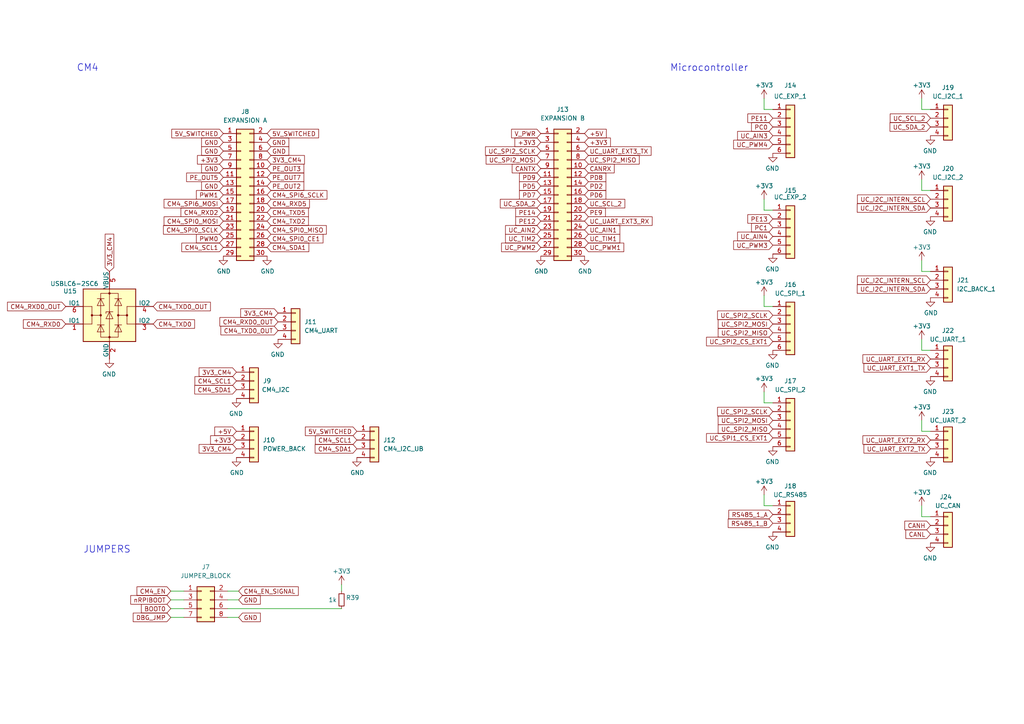
<source format=kicad_sch>
(kicad_sch (version 20231120) (generator "eeschema") (generator_version "8.0")
  (paper "A4")
  (lib_symbols
    (symbol "Conn_01x04_1" (pin_names (offset 1.016) hide)
      (property "Reference" "J16" (at 0 8.255 0))
      (property "Value" "UC_UART_2" (at 0 5.715 0))
      (symbol "Conn_01x04_1_1_1"
        (rectangle (start -1.27 -4.953) (end 0 -5.207) (stroke (width 0.1524)))
        (rectangle (start -1.27 -2.413) (end 0 -2.667) (stroke (width 0.1524)))
        (rectangle (start -1.27 0.127) (end 0 -0.127) (stroke (width 0.1524)))
        (rectangle (start -1.27 2.667) (end 0 2.413) (stroke (width 0.1524)))
        (rectangle (start -1.27 3.81) (end 1.27 -6.35) (stroke (width 0.254)) (fill (type background)))
        (pin passive line (at -5.08 2.54 0) (length 3.81) (name "Pin_1") (number "1"))
        (pin passive line (at -5.08 0 0) (length 3.81) (name "Pin_2") (number "2"))
        (pin passive line (at -5.08 -2.54 0) (length 3.81) (name "Pin_3") (number "3"))
        (pin passive line (at -5.08 -5.08 0) (length 3.81) (name "Pin_4") (number "4"))
      )
    )
    (symbol "Connector_Generic:Conn_01x04" (pin_names (offset 1.016) hide)
      (property "Reference" "J" (at 0 5.08 0))
      (property "Value" "Conn_01x04" (at 0 -7.62 0))
      (symbol "Conn_01x04_1_1"
        (rectangle (start -1.27 -4.953) (end 0 -5.207) (stroke (width 0.1524)))
        (rectangle (start -1.27 -2.413) (end 0 -2.667) (stroke (width 0.1524)))
        (rectangle (start -1.27 0.127) (end 0 -0.127) (stroke (width 0.1524)))
        (rectangle (start -1.27 2.667) (end 0 2.413) (stroke (width 0.1524)))
        (rectangle (start -1.27 3.81) (end 1.27 -6.35) (stroke (width 0.254)) (fill (type background)))
        (pin passive line (at -5.08 2.54 0) (length 3.81) (name "Pin_1") (number "1"))
        (pin passive line (at -5.08 0 0) (length 3.81) (name "Pin_2") (number "2"))
        (pin passive line (at -5.08 -2.54 0) (length 3.81) (name "Pin_3") (number "3"))
        (pin passive line (at -5.08 -5.08 0) (length 3.81) (name "Pin_4") (number "4"))
      )
    )
    (symbol "Connector_Generic:Conn_01x06" (pin_names (offset 1.016) hide)
      (property "Reference" "J" (at 0 7.62 0))
      (property "Value" "Conn_01x06" (at 0 -10.16 0))
      (symbol "Conn_01x06_1_1"
        (rectangle (start -1.27 -7.493) (end 0 -7.747) (stroke (width 0.1524)))
        (rectangle (start -1.27 -4.953) (end 0 -5.207) (stroke (width 0.1524)))
        (rectangle (start -1.27 -2.413) (end 0 -2.667) (stroke (width 0.1524)))
        (rectangle (start -1.27 0.127) (end 0 -0.127) (stroke (width 0.1524)))
        (rectangle (start -1.27 2.667) (end 0 2.413) (stroke (width 0.1524)))
        (rectangle (start -1.27 5.207) (end 0 4.953) (stroke (width 0.1524)))
        (rectangle (start -1.27 6.35) (end 1.27 -8.89) (stroke (width 0.254)) (fill (type background)))
        (pin passive line (at -5.08 5.08 0) (length 3.81) (name "Pin_1") (number "1"))
        (pin passive line (at -5.08 2.54 0) (length 3.81) (name "Pin_2") (number "2"))
        (pin passive line (at -5.08 0 0) (length 3.81) (name "Pin_3") (number "3"))
        (pin passive line (at -5.08 -2.54 0) (length 3.81) (name "Pin_4") (number "4"))
        (pin passive line (at -5.08 -5.08 0) (length 3.81) (name "Pin_5") (number "5"))
        (pin passive line (at -5.08 -7.62 0) (length 3.81) (name "Pin_6") (number "6"))
      )
    )
    (symbol "Connector_Generic:Conn_02x04_Odd_Even" (pin_names (offset 1.016) hide)
      (property "Reference" "J" (at 1.27 5.08 0))
      (property "Value" "Conn_02x04_Odd_Even" (at 1.27 -7.62 0))
      (symbol "Conn_02x04_Odd_Even_1_1"
        (rectangle (start -1.27 -4.953) (end 0 -5.207) (stroke (width 0.1524)))
        (rectangle (start -1.27 -2.413) (end 0 -2.667) (stroke (width 0.1524)))
        (rectangle (start -1.27 0.127) (end 0 -0.127) (stroke (width 0.1524)))
        (rectangle (start -1.27 2.667) (end 0 2.413) (stroke (width 0.1524)))
        (rectangle (start -1.27 3.81) (end 3.81 -6.35) (stroke (width 0.254)) (fill (type background)))
        (rectangle (start 3.81 -4.953) (end 2.54 -5.207) (stroke (width 0.1524)))
        (rectangle (start 3.81 -2.413) (end 2.54 -2.667) (stroke (width 0.1524)))
        (rectangle (start 3.81 0.127) (end 2.54 -0.127) (stroke (width 0.1524)))
        (rectangle (start 3.81 2.667) (end 2.54 2.413) (stroke (width 0.1524)))
        (pin passive line (at -5.08 2.54 0) (length 3.81) (name "Pin_1") (number "1"))
        (pin passive line (at 7.62 2.54 180) (length 3.81) (name "Pin_2") (number "2"))
        (pin passive line (at -5.08 0 0) (length 3.81) (name "Pin_3") (number "3"))
        (pin passive line (at 7.62 0 180) (length 3.81) (name "Pin_4") (number "4"))
        (pin passive line (at -5.08 -2.54 0) (length 3.81) (name "Pin_5") (number "5"))
        (pin passive line (at 7.62 -2.54 180) (length 3.81) (name "Pin_6") (number "6"))
        (pin passive line (at -5.08 -5.08 0) (length 3.81) (name "Pin_7") (number "7"))
        (pin passive line (at 7.62 -5.08 180) (length 3.81) (name "Pin_8") (number "8"))
      )
    )
    (symbol "Connector_Generic:Conn_02x15_Odd_Even" (pin_names (offset 1.016) hide)
      (property "Reference" "J" (at 1.27 20.32 0))
      (property "Value" "Conn_02x15_Odd_Even" (at 1.27 -20.32 0))
      (symbol "Conn_02x15_Odd_Even_1_1"
        (rectangle (start -1.27 -17.653) (end 0 -17.907) (stroke (width 0.1524)))
        (rectangle (start -1.27 -15.113) (end 0 -15.367) (stroke (width 0.1524)))
        (rectangle (start -1.27 -12.573) (end 0 -12.827) (stroke (width 0.1524)))
        (rectangle (start -1.27 -10.033) (end 0 -10.287) (stroke (width 0.1524)))
        (rectangle (start -1.27 -7.493) (end 0 -7.747) (stroke (width 0.1524)))
        (rectangle (start -1.27 -4.953) (end 0 -5.207) (stroke (width 0.1524)))
        (rectangle (start -1.27 -2.413) (end 0 -2.667) (stroke (width 0.1524)))
        (rectangle (start -1.27 0.127) (end 0 -0.127) (stroke (width 0.1524)))
        (rectangle (start -1.27 2.667) (end 0 2.413) (stroke (width 0.1524)))
        (rectangle (start -1.27 5.207) (end 0 4.953) (stroke (width 0.1524)))
        (rectangle (start -1.27 7.747) (end 0 7.493) (stroke (width 0.1524)))
        (rectangle (start -1.27 10.287) (end 0 10.033) (stroke (width 0.1524)))
        (rectangle (start -1.27 12.827) (end 0 12.573) (stroke (width 0.1524)))
        (rectangle (start -1.27 15.367) (end 0 15.113) (stroke (width 0.1524)))
        (rectangle (start -1.27 17.907) (end 0 17.653) (stroke (width 0.1524)))
        (rectangle (start -1.27 19.05) (end 3.81 -19.05) (stroke (width 0.254)) (fill (type background)))
        (rectangle (start 3.81 -17.653) (end 2.54 -17.907) (stroke (width 0.1524)))
        (rectangle (start 3.81 -15.113) (end 2.54 -15.367) (stroke (width 0.1524)))
        (rectangle (start 3.81 -12.573) (end 2.54 -12.827) (stroke (width 0.1524)))
        (rectangle (start 3.81 -10.033) (end 2.54 -10.287) (stroke (width 0.1524)))
        (rectangle (start 3.81 -7.493) (end 2.54 -7.747) (stroke (width 0.1524)))
        (rectangle (start 3.81 -4.953) (end 2.54 -5.207) (stroke (width 0.1524)))
        (rectangle (start 3.81 -2.413) (end 2.54 -2.667) (stroke (width 0.1524)))
        (rectangle (start 3.81 0.127) (end 2.54 -0.127) (stroke (width 0.1524)))
        (rectangle (start 3.81 2.667) (end 2.54 2.413) (stroke (width 0.1524)))
        (rectangle (start 3.81 5.207) (end 2.54 4.953) (stroke (width 0.1524)))
        (rectangle (start 3.81 7.747) (end 2.54 7.493) (stroke (width 0.1524)))
        (rectangle (start 3.81 10.287) (end 2.54 10.033) (stroke (width 0.1524)))
        (rectangle (start 3.81 12.827) (end 2.54 12.573) (stroke (width 0.1524)))
        (rectangle (start 3.81 15.367) (end 2.54 15.113) (stroke (width 0.1524)))
        (rectangle (start 3.81 17.907) (end 2.54 17.653) (stroke (width 0.1524)))
        (pin passive line (at -5.08 17.78 0) (length 3.81) (name "Pin_1") (number "1"))
        (pin passive line (at 7.62 7.62 180) (length 3.81) (name "Pin_10") (number "10"))
        (pin passive line (at -5.08 5.08 0) (length 3.81) (name "Pin_11") (number "11"))
        (pin passive line (at 7.62 5.08 180) (length 3.81) (name "Pin_12") (number "12"))
        (pin passive line (at -5.08 2.54 0) (length 3.81) (name "Pin_13") (number "13"))
        (pin passive line (at 7.62 2.54 180) (length 3.81) (name "Pin_14") (number "14"))
        (pin passive line (at -5.08 0 0) (length 3.81) (name "Pin_15") (number "15"))
        (pin passive line (at 7.62 0 180) (length 3.81) (name "Pin_16") (number "16"))
        (pin passive line (at -5.08 -2.54 0) (length 3.81) (name "Pin_17") (number "17"))
        (pin passive line (at 7.62 -2.54 180) (length 3.81) (name "Pin_18") (number "18"))
        (pin passive line (at -5.08 -5.08 0) (length 3.81) (name "Pin_19") (number "19"))
        (pin passive line (at 7.62 17.78 180) (length 3.81) (name "Pin_2") (number "2"))
        (pin passive line (at 7.62 -5.08 180) (length 3.81) (name "Pin_20") (number "20"))
        (pin passive line (at -5.08 -7.62 0) (length 3.81) (name "Pin_21") (number "21"))
        (pin passive line (at 7.62 -7.62 180) (length 3.81) (name "Pin_22") (number "22"))
        (pin passive line (at -5.08 -10.16 0) (length 3.81) (name "Pin_23") (number "23"))
        (pin passive line (at 7.62 -10.16 180) (length 3.81) (name "Pin_24") (number "24"))
        (pin passive line (at -5.08 -12.7 0) (length 3.81) (name "Pin_25") (number "25"))
        (pin passive line (at 7.62 -12.7 180) (length 3.81) (name "Pin_26") (number "26"))
        (pin passive line (at -5.08 -15.24 0) (length 3.81) (name "Pin_27") (number "27"))
        (pin passive line (at 7.62 -15.24 180) (length 3.81) (name "Pin_28") (number "28"))
        (pin passive line (at -5.08 -17.78 0) (length 3.81) (name "Pin_29") (number "29"))
        (pin passive line (at -5.08 15.24 0) (length 3.81) (name "Pin_3") (number "3"))
        (pin passive line (at 7.62 -17.78 180) (length 3.81) (name "Pin_30") (number "30"))
        (pin passive line (at 7.62 15.24 180) (length 3.81) (name "Pin_4") (number "4"))
        (pin passive line (at -5.08 12.7 0) (length 3.81) (name "Pin_5") (number "5"))
        (pin passive line (at 7.62 12.7 180) (length 3.81) (name "Pin_6") (number "6"))
        (pin passive line (at -5.08 10.16 0) (length 3.81) (name "Pin_7") (number "7"))
        (pin passive line (at 7.62 10.16 180) (length 3.81) (name "Pin_8") (number "8"))
        (pin passive line (at -5.08 7.62 0) (length 3.81) (name "Pin_9") (number "9"))
      )
    )
    (symbol "Device:R_Small" (pin_numbers hide) (pin_names (offset 0.254) hide)
      (property "Reference" "R" (at 0.762 0.508 0))
      (property "Value" "R_Small" (at 0.762 -1.016 0))
      (symbol "R_Small_0_1"
        (rectangle (start -0.762 1.778) (end 0.762 -1.778) (stroke (width 0.2032)))
      )
      (symbol "R_Small_1_1"
        (pin passive line (at 0 2.54 270) (length 0.762) (name "~") (number "1"))
        (pin passive line (at 0 -2.54 90) (length 0.762) (name "~") (number "2"))
      )
    )
    (symbol "Power_Protection:USBLC6-2SC6" (pin_names (offset 0))
      (property "Reference" "U" (at 5.08 8.89 0))
      (property "Value" "USBLC6-2SC6" (at 10.16 -10.16 0))
      (symbol "USBLC6-2SC6_0_1"
        (rectangle (start -7.62 -7.62) (end 7.62 7.62) (stroke (width 0.254)) (fill (type background)))
        (circle (center -5.08 0) (radius 0.254) (fill (type outline)))
        (circle (center -2.54 0) (radius 0.254) (fill (type outline)))
        (rectangle (start -2.54 6.35) (end 2.54 -6.35))
        (circle (center 0 -6.35) (radius 0.254) (fill (type outline)))
        (polyline (pts (xy -5.08 -2.54) (xy -7.62 -2.54)))
        (polyline (pts (xy -5.08 0) (xy -5.08 -2.54)))
        (polyline (pts (xy -5.08 2.54) (xy -7.62 2.54)))
        (polyline (pts (xy -1.524 -2.794) (xy -3.556 -2.794)))
        (polyline (pts (xy -1.524 4.826) (xy -3.556 4.826)))
        (polyline (pts (xy 0 -7.62) (xy 0 -6.35)))
        (polyline (pts (xy 0 -6.35) (xy 0 1.27)))
        (polyline (pts (xy 0 1.27) (xy 0 6.35)))
        (polyline (pts (xy 0 6.35) (xy 0 7.62)))
        (polyline (pts (xy 1.524 -2.794) (xy 3.556 -2.794)))
        (polyline (pts (xy 1.524 4.826) (xy 3.556 4.826)))
        (polyline (pts (xy 5.08 -2.54) (xy 7.62 -2.54)))
        (polyline (pts (xy 5.08 0) (xy 5.08 -2.54)))
        (polyline (pts (xy 5.08 2.54) (xy 7.62 2.54)))
        (polyline (pts (xy -2.54 0) (xy -5.08 0) (xy -5.08 2.54)))
        (polyline (pts (xy 2.54 0) (xy 5.08 0) (xy 5.08 2.54)))
        (polyline (pts (xy -3.556 -4.826) (xy -1.524 -4.826) (xy -2.54 -2.794) (xy -3.556 -4.826)))
        (polyline (pts (xy -3.556 2.794) (xy -1.524 2.794) (xy -2.54 4.826) (xy -3.556 2.794)))
        (polyline (pts (xy -1.016 -1.016) (xy 1.016 -1.016) (xy 0 1.016) (xy -1.016 -1.016)))
        (polyline (pts (xy 1.016 1.016) (xy 0.762 1.016) (xy -1.016 1.016) (xy -1.016 0.508)))
        (polyline (pts (xy 3.556 -4.826) (xy 1.524 -4.826) (xy 2.54 -2.794) (xy 3.556 -4.826)))
        (polyline (pts (xy 3.556 2.794) (xy 1.524 2.794) (xy 2.54 4.826) (xy 3.556 2.794)))
        (circle (center 0 6.35) (radius 0.254) (fill (type outline)))
        (circle (center 2.54 0) (radius 0.254) (fill (type outline)))
        (circle (center 5.08 0) (radius 0.254) (fill (type outline)))
      )
      (symbol "USBLC6-2SC6_1_1"
        (pin passive line (at -12.7 -2.54 0) (length 5.08) (name "IO1") (number "1"))
        (pin passive line (at 0 -12.7 90) (length 5.08) (name "GND") (number "2"))
        (pin passive line (at 12.7 -2.54 180) (length 5.08) (name "IO2") (number "3"))
        (pin passive line (at 12.7 2.54 180) (length 5.08) (name "IO2") (number "4"))
        (pin passive line (at 0 12.7 270) (length 5.08) (name "VBUS") (number "5"))
        (pin passive line (at -12.7 2.54 0) (length 5.08) (name "IO1") (number "6"))
      )
    )
    (symbol "power:+3V3" (power) (pin_names (offset 0))
      (property "Value" "+3V3" (at 0 3.556 0))
      (symbol "+3V3_0_1"
        (polyline (pts (xy -0.762 1.27) (xy 0 2.54)))
        (polyline (pts (xy 0 0) (xy 0 2.54)))
        (polyline (pts (xy 0 2.54) (xy 0.762 1.27)))
      )
      (symbol "+3V3_1_1"
        (pin power_in line (at 0 0 90) (length 0) hide (name "+3V3") (number "1"))
      )
    )
    (symbol "power:GND" (power) (pin_names (offset 0))
      (property "Value" "GND" (at 0 -3.81 0))
      (symbol "GND_0_1"
        (polyline (pts (xy 0 0) (xy 0 -1.27) (xy 1.27 -1.27) (xy 0 -2.54) (xy -1.27 -1.27) (xy 0 -1.27)))
      )
      (symbol "GND_1_1"
        (pin power_in line (at 0 0 270) (length 0) hide (name "GND") (number "1"))
      )
    )
  )
  (wire (pts (xy 267.335 98.425) (xy 267.335 101.6)))
  (wire (pts (xy 221.615 57.785) (xy 221.615 60.96)))
  (wire (pts (xy 267.335 55.245) (xy 269.875 55.245)))
  (wire (pts (xy 267.335 31.75) (xy 269.875 31.75)))
  (wire (pts (xy 221.615 60.96) (xy 224.155 60.96)))
  (wire (pts (xy 221.615 116.84) (xy 224.155 116.84)))
  (wire (pts (xy 221.615 113.665) (xy 221.615 116.84)))
  (wire (pts (xy 221.615 85.725) (xy 221.615 88.9)))
  (wire (pts (xy 221.615 143.51) (xy 221.615 146.685)))
  (wire (pts (xy 69.215 179.07) (xy 66.04 179.07)))
  (wire (pts (xy 66.04 171.45) (xy 69.215 171.45)))
  (wire (pts (xy 267.335 28.575) (xy 267.335 31.75)))
  (wire (pts (xy 49.53 173.99) (xy 53.34 173.99)))
  (wire (pts (xy 49.53 176.53) (xy 53.34 176.53)))
  (wire (pts (xy 267.335 125.095) (xy 269.875 125.095)))
  (wire (pts (xy 221.615 146.685) (xy 224.155 146.685)))
  (wire (pts (xy 221.615 31.75) (xy 224.155 31.75)))
  (wire (pts (xy 221.615 88.9) (xy 224.155 88.9)))
  (wire (pts (xy 267.335 52.07) (xy 267.335 55.245)))
  (wire (pts (xy 49.53 171.45) (xy 53.34 171.45)))
  (wire (pts (xy 66.04 176.53) (xy 99.06 176.53)))
  (wire (pts (xy 69.215 173.99) (xy 66.04 173.99)))
  (wire (pts (xy 267.335 121.92) (xy 267.335 125.095)))
  (wire (pts (xy 99.06 171.45) (xy 99.06 169.545)))
  (wire (pts (xy 267.335 149.86) (xy 269.875 149.86)))
  (wire (pts (xy 267.335 75.565) (xy 267.335 78.74)))
  (wire (pts (xy 221.615 28.575) (xy 221.615 31.75)))
  (wire (pts (xy 267.335 146.685) (xy 267.335 149.86)))
  (wire (pts (xy 267.335 78.74) (xy 269.875 78.74)))
  (wire (pts (xy 267.335 101.6) (xy 269.875 101.6)))
  (wire (pts (xy 49.53 179.07) (xy 53.34 179.07)))
  (text "JUMPERS" (at 24.13 160.655 0) (effects (font (size 2 2)) (justify left bottom)))
  (text "CM4" (at 22.225 20.955 0) (effects (font (size 2 2)) (justify left bottom)))
  (text "Microcontroller" (at 194.31 20.955 0) (effects (font (size 2 2)) (justify left bottom)))
  (global_label "CM4_RXD2" (shape input) (at 64.77 61.595 180) (property "Intersheetrefs" "${INTERSHEET_REFS}" (effects (hide yes))))
  (global_label "GND" (shape input) (at 69.215 173.99 0) (property "Intersheetrefs" "${INTERSHEET_REFS}" (effects (hide yes))))
  (global_label "CM4_RXD0" (shape input) (at 19.05 93.98 180) (property "Intersheetrefs" "${INTERSHEET_REFS}" (effects (hide yes))))
  (global_label "3V3_CM4" (shape input) (at 77.47 46.355 0) (property "Intersheetrefs" "${INTERSHEET_REFS}" (effects (hide yes))))
  (global_label "UC_UART_EXT3_RX" (shape input) (at 169.545 64.135 0) (property "Intersheetrefs" "${INTERSHEET_REFS}" (effects (hide yes))))
  (global_label "PE13" (shape input) (at 224.155 63.5 180) (property "Intersheetrefs" "${INTERSHEET_REFS}" (effects (hide yes))))
  (global_label "3V3_CM4" (shape input) (at 80.645 90.805 180) (property "Intersheetrefs" "${INTERSHEET_REFS}" (effects (hide yes))))
  (global_label "V_PWR" (shape input) (at 156.845 38.735 180) (property "Intersheetrefs" "${INTERSHEET_REFS}" (effects (hide yes))))
  (global_label "CM4_RXD0_OUT" (shape input) (at 80.645 93.345 180) (property "Intersheetrefs" "${INTERSHEET_REFS}" (effects (hide yes))))
  (global_label "UC_PWM2" (shape input) (at 156.845 71.755 180) (property "Intersheetrefs" "${INTERSHEET_REFS}" (effects (hide yes))))
  (global_label "GND" (shape input) (at 64.77 43.815 180) (property "Intersheetrefs" "${INTERSHEET_REFS}" (effects (hide yes))))
  (global_label "PE_OUT2" (shape input) (at 77.47 53.975 0) (property "Intersheetrefs" "${INTERSHEET_REFS}" (effects (hide yes))))
  (global_label "PE_OUT7" (shape input) (at 77.47 51.435 0) (property "Intersheetrefs" "${INTERSHEET_REFS}" (effects (hide yes))))
  (global_label "5V_SWITCHED" (shape input) (at 64.77 38.735 180) (property "Intersheetrefs" "${INTERSHEET_REFS}" (effects (hide yes))))
  (global_label "+3V3" (shape input) (at 64.77 46.355 180) (property "Intersheetrefs" "${INTERSHEET_REFS}" (effects (hide yes))))
  (global_label "UC_PWM3" (shape input) (at 224.155 71.12 180) (property "Intersheetrefs" "${INTERSHEET_REFS}" (effects (hide yes))))
  (global_label "UC_SPI2_CS_EXT1" (shape input) (at 224.155 99.06 180) (property "Intersheetrefs" "${INTERSHEET_REFS}" (effects (hide yes))))
  (global_label "UC_I2C_INTERN_SDA" (shape input) (at 269.875 60.325 180) (property "Intersheetrefs" "${INTERSHEET_REFS}" (effects (hide yes))))
  (global_label "PD6" (shape input) (at 169.545 56.515 0) (property "Intersheetrefs" "${INTERSHEET_REFS}" (effects (hide yes))))
  (global_label "CM4_TXD0_OUT" (shape input) (at 44.45 88.9 0) (property "Intersheetrefs" "${INTERSHEET_REFS}" (effects (hide yes))))
  (global_label "PE11" (shape input) (at 224.155 34.29 180) (property "Intersheetrefs" "${INTERSHEET_REFS}" (effects (hide yes))))
  (global_label "UC_UART_EXT1_TX" (shape input) (at 269.875 106.68 180) (property "Intersheetrefs" "${INTERSHEET_REFS}" (effects (hide yes))))
  (global_label "UC_UART_EXT2_RX" (shape input) (at 269.875 127.635 180) (property "Intersheetrefs" "${INTERSHEET_REFS}" (effects (hide yes))))
  (global_label "+3V3" (shape input) (at 156.845 41.275 180) (property "Intersheetrefs" "${INTERSHEET_REFS}" (effects (hide yes))))
  (global_label "DBG_JMP" (shape input) (at 49.53 179.07 180) (property "Intersheetrefs" "${INTERSHEET_REFS}" (effects (hide yes))))
  (global_label "CM4_RXD5" (shape input) (at 77.47 59.055 0) (property "Intersheetrefs" "${INTERSHEET_REFS}" (effects (hide yes))))
  (global_label "UC_SDA_2" (shape input) (at 156.845 59.055 180) (property "Intersheetrefs" "${INTERSHEET_REFS}" (effects (hide yes))))
  (global_label "UC_UART_EXT2_TX" (shape input) (at 269.875 130.175 180) (property "Intersheetrefs" "${INTERSHEET_REFS}" (effects (hide yes))))
  (global_label "CM4_SPI0_SCLK" (shape input) (at 64.77 66.675 180) (property "Intersheetrefs" "${INTERSHEET_REFS}" (effects (hide yes))))
  (global_label "3V3_CM4" (shape input) (at 68.58 130.175 180) (property "Intersheetrefs" "${INTERSHEET_REFS}" (effects (hide yes))))
  (global_label "UC_PWM1" (shape input) (at 169.545 71.755 0) (property "Intersheetrefs" "${INTERSHEET_REFS}" (effects (hide yes))))
  (global_label "UC_SPI2_MISO" (shape input) (at 224.155 124.46 180) (property "Intersheetrefs" "${INTERSHEET_REFS}" (effects (hide yes))))
  (global_label "PE_OUT5" (shape input) (at 64.77 51.435 180) (property "Intersheetrefs" "${INTERSHEET_REFS}" (effects (hide yes))))
  (global_label "UC_TIM1" (shape input) (at 169.545 69.215 0) (property "Intersheetrefs" "${INTERSHEET_REFS}" (effects (hide yes))))
  (global_label "UC_SPI2_MOSI" (shape input) (at 224.155 93.98 180) (property "Intersheetrefs" "${INTERSHEET_REFS}" (effects (hide yes))))
  (global_label "CANL" (shape input) (at 269.875 154.94 180) (property "Intersheetrefs" "${INTERSHEET_REFS}" (effects (hide yes))))
  (global_label "UC_SPI2_SCLK" (shape input) (at 224.155 91.44 180) (property "Intersheetrefs" "${INTERSHEET_REFS}" (effects (hide yes))))
  (global_label "+5V" (shape input) (at 68.58 125.095 180) (property "Intersheetrefs" "${INTERSHEET_REFS}" (effects (hide yes))))
  (global_label "UC_SPI2_MOSI" (shape input) (at 156.845 46.355 180) (property "Intersheetrefs" "${INTERSHEET_REFS}" (effects (hide yes))))
  (global_label "nRPIBOOT" (shape input) (at 49.53 173.99 180) (property "Intersheetrefs" "${INTERSHEET_REFS}" (effects (hide yes))))
  (global_label "UC_SPI2_MISO" (shape input) (at 169.545 46.355 0) (property "Intersheetrefs" "${INTERSHEET_REFS}" (effects (hide yes))))
  (global_label "CM4_SDA1" (shape input) (at 103.505 130.175 180) (property "Intersheetrefs" "${INTERSHEET_REFS}" (effects (hide yes))))
  (global_label "UC_AIN2" (shape input) (at 156.845 66.675 180) (property "Intersheetrefs" "${INTERSHEET_REFS}" (effects (hide yes))))
  (global_label "UC_I2C_INTERN_SCL" (shape input) (at 269.875 81.28 180) (property "Intersheetrefs" "${INTERSHEET_REFS}" (effects (hide yes))))
  (global_label "CM4_SPI0_MOSI" (shape input) (at 64.77 64.135 180) (property "Intersheetrefs" "${INTERSHEET_REFS}" (effects (hide yes))))
  (global_label "UC_I2C_INTERN_SDA" (shape input) (at 269.875 83.82 180) (property "Intersheetrefs" "${INTERSHEET_REFS}" (effects (hide yes))))
  (global_label "CM4_TXD0_OUT" (shape input) (at 80.645 95.885 180) (property "Intersheetrefs" "${INTERSHEET_REFS}" (effects (hide yes))))
  (global_label "UC_AIN3" (shape input) (at 224.155 39.37 180) (property "Intersheetrefs" "${INTERSHEET_REFS}" (effects (hide yes))))
  (global_label "CM4_SDA1" (shape input) (at 68.58 113.03 180) (property "Intersheetrefs" "${INTERSHEET_REFS}" (effects (hide yes))))
  (global_label "UC_I2C_INTERN_SCL" (shape input) (at 269.875 57.785 180) (property "Intersheetrefs" "${INTERSHEET_REFS}" (effects (hide yes))))
  (global_label "GND" (shape input) (at 77.47 43.815 0) (property "Intersheetrefs" "${INTERSHEET_REFS}" (effects (hide yes))))
  (global_label "UC_AIN1" (shape input) (at 169.545 66.675 0) (property "Intersheetrefs" "${INTERSHEET_REFS}" (effects (hide yes))))
  (global_label "PWM0" (shape input) (at 64.77 69.215 180) (property "Intersheetrefs" "${INTERSHEET_REFS}" (effects (hide yes))))
  (global_label "PC1" (shape input) (at 224.155 66.04 180) (property "Intersheetrefs" "${INTERSHEET_REFS}" (effects (hide yes))))
  (global_label "PE_OUT3" (shape input) (at 77.47 48.895 0) (property "Intersheetrefs" "${INTERSHEET_REFS}" (effects (hide yes))))
  (global_label "CM4_TXD2" (shape input) (at 77.47 64.135 0) (property "Intersheetrefs" "${INTERSHEET_REFS}" (effects (hide yes))))
  (global_label "UC_SCL_2" (shape input) (at 169.545 59.055 0) (property "Intersheetrefs" "${INTERSHEET_REFS}" (effects (hide yes))))
  (global_label "UC_UART_EXT3_TX" (shape input) (at 169.545 43.815 0) (property "Intersheetrefs" "${INTERSHEET_REFS}" (effects (hide yes))))
  (global_label "CM4_SDA1" (shape input) (at 77.47 71.755 0) (property "Intersheetrefs" "${INTERSHEET_REFS}" (effects (hide yes))))
  (global_label "+3V3" (shape input) (at 68.58 127.635 180) (property "Intersheetrefs" "${INTERSHEET_REFS}" (effects (hide yes))))
  (global_label "3V3_CM4" (shape input) (at 31.75 78.74 90) (property "Intersheetrefs" "${INTERSHEET_REFS}" (effects (hide yes))))
  (global_label "CM4_TXD0" (shape input) (at 44.45 93.98 0) (property "Intersheetrefs" "${INTERSHEET_REFS}" (effects (hide yes))))
  (global_label "5V_SWITCHED" (shape input) (at 103.505 125.095 180) (property "Intersheetrefs" "${INTERSHEET_REFS}" (effects (hide yes))))
  (global_label "PD7" (shape input) (at 156.845 56.515 180) (property "Intersheetrefs" "${INTERSHEET_REFS}" (effects (hide yes))))
  (global_label "UC_SPI1_CS_EXT1" (shape input) (at 224.155 127 180) (property "Intersheetrefs" "${INTERSHEET_REFS}" (effects (hide yes))))
  (global_label "+3V3" (shape input) (at 169.545 41.275 0) (property "Intersheetrefs" "${INTERSHEET_REFS}" (effects (hide yes))))
  (global_label "CM4_EN_SIGNAL" (shape input) (at 69.215 171.45 0) (property "Intersheetrefs" "${INTERSHEET_REFS}" (effects (hide yes))))
  (global_label "CM4_SPI6_SCLK" (shape input) (at 77.47 56.515 0) (property "Intersheetrefs" "${INTERSHEET_REFS}" (effects (hide yes))))
  (global_label "UC_TIM2" (shape input) (at 156.845 69.215 180) (property "Intersheetrefs" "${INTERSHEET_REFS}" (effects (hide yes))))
  (global_label "UC_SPI2_MISO" (shape input) (at 224.155 96.52 180) (property "Intersheetrefs" "${INTERSHEET_REFS}" (effects (hide yes))))
  (global_label "CM4_SCL1" (shape input) (at 103.505 127.635 180) (property "Intersheetrefs" "${INTERSHEET_REFS}" (effects (hide yes))))
  (global_label "CANH" (shape input) (at 269.875 152.4 180) (property "Intersheetrefs" "${INTERSHEET_REFS}" (effects (hide yes))))
  (global_label "+5V" (shape input) (at 169.545 38.735 0) (property "Intersheetrefs" "${INTERSHEET_REFS}" (effects (hide yes))))
  (global_label "UC_SPI2_MOSI" (shape input) (at 224.155 121.92 180) (property "Intersheetrefs" "${INTERSHEET_REFS}" (effects (hide yes))))
  (global_label "CM4_SPI0_CE1" (shape input) (at 77.47 69.215 0) (property "Intersheetrefs" "${INTERSHEET_REFS}" (effects (hide yes))))
  (global_label "CM4_SCL1" (shape input) (at 68.58 110.49 180) (property "Intersheetrefs" "${INTERSHEET_REFS}" (effects (hide yes))))
  (global_label "3V3_CM4" (shape input) (at 68.58 107.95 180) (property "Intersheetrefs" "${INTERSHEET_REFS}" (effects (hide yes))))
  (global_label "PC0" (shape input) (at 224.155 36.83 180) (property "Intersheetrefs" "${INTERSHEET_REFS}" (effects (hide yes))))
  (global_label "UC_SDA_2" (shape input) (at 269.875 36.83 180) (property "Intersheetrefs" "${INTERSHEET_REFS}" (effects (hide yes))))
  (global_label "BOOT0" (shape input) (at 49.53 176.53 180) (property "Intersheetrefs" "${INTERSHEET_REFS}" (effects (hide yes))))
  (global_label "UC_SPI2_SCLK" (shape input) (at 156.845 43.815 180) (property "Intersheetrefs" "${INTERSHEET_REFS}" (effects (hide yes))))
  (global_label "GND" (shape input) (at 64.77 53.975 180) (property "Intersheetrefs" "${INTERSHEET_REFS}" (effects (hide yes))))
  (global_label "UC_AIN4" (shape input) (at 224.155 68.58 180) (property "Intersheetrefs" "${INTERSHEET_REFS}" (effects (hide yes))))
  (global_label "PD8" (shape input) (at 169.545 51.435 0) (property "Intersheetrefs" "${INTERSHEET_REFS}" (effects (hide yes))))
  (global_label "GND" (shape input) (at 69.215 179.07 0) (property "Intersheetrefs" "${INTERSHEET_REFS}" (effects (hide yes))))
  (global_label "RS485_1_A" (shape input) (at 224.155 149.225 180) (property "Intersheetrefs" "${INTERSHEET_REFS}" (effects (hide yes))))
  (global_label "CM4_RXD0_OUT" (shape input) (at 19.05 88.9 180) (property "Intersheetrefs" "${INTERSHEET_REFS}" (effects (hide yes))))
  (global_label "RS485_1_B" (shape input) (at 224.155 151.765 180) (property "Intersheetrefs" "${INTERSHEET_REFS}" (effects (hide yes))))
  (global_label "GND" (shape input) (at 64.77 48.895 180) (property "Intersheetrefs" "${INTERSHEET_REFS}" (effects (hide yes))))
  (global_label "GND" (shape input) (at 77.47 41.275 0) (property "Intersheetrefs" "${INTERSHEET_REFS}" (effects (hide yes))))
  (global_label "UC_PWM4" (shape input) (at 224.155 41.91 180) (property "Intersheetrefs" "${INTERSHEET_REFS}" (effects (hide yes))))
  (global_label "UC_SPI2_SCLK" (shape input) (at 224.155 119.38 180) (property "Intersheetrefs" "${INTERSHEET_REFS}" (effects (hide yes))))
  (global_label "PE9" (shape input) (at 169.545 61.595 0) (property "Intersheetrefs" "${INTERSHEET_REFS}" (effects (hide yes))))
  (global_label "CM4_SCL1" (shape input) (at 64.77 71.755 180) (property "Intersheetrefs" "${INTERSHEET_REFS}" (effects (hide yes))))
  (global_label "PD9" (shape input) (at 156.845 51.435 180) (property "Intersheetrefs" "${INTERSHEET_REFS}" (effects (hide yes))))
  (global_label "CM4_EN" (shape input) (at 49.53 171.45 180) (property "Intersheetrefs" "${INTERSHEET_REFS}" (effects (hide yes))))
  (global_label "CANRX" (shape input) (at 169.545 48.895 0) (property "Intersheetrefs" "${INTERSHEET_REFS}" (effects (hide yes))))
  (global_label "CM4_SPI0_MISO" (shape input) (at 77.47 66.675 0) (property "Intersheetrefs" "${INTERSHEET_REFS}" (effects (hide yes))))
  (global_label "UC_SCL_2" (shape input) (at 269.875 34.29 180) (property "Intersheetrefs" "${INTERSHEET_REFS}" (effects (hide yes))))
  (global_label "CANTX" (shape input) (at 156.845 48.895 180) (property "Intersheetrefs" "${INTERSHEET_REFS}" (effects (hide yes))))
  (global_label "GND" (shape input) (at 64.77 41.275 180) (property "Intersheetrefs" "${INTERSHEET_REFS}" (effects (hide yes))))
  (global_label "PD2" (shape input) (at 169.545 53.975 0) (property "Intersheetrefs" "${INTERSHEET_REFS}" (effects (hide yes))))
  (global_label "PWM1" (shape input) (at 64.77 56.515 180) (property "Intersheetrefs" "${INTERSHEET_REFS}" (effects (hide yes))))
  (global_label "UC_UART_EXT1_RX" (shape input) (at 269.875 104.14 180) (property "Intersheetrefs" "${INTERSHEET_REFS}" (effects (hide yes))))
  (global_label "PE12" (shape input) (at 156.845 64.135 180) (property "Intersheetrefs" "${INTERSHEET_REFS}" (effects (hide yes))))
  (global_label "CM4_TXD5" (shape input) (at 77.47 61.595 0) (property "Intersheetrefs" "${INTERSHEET_REFS}" (effects (hide yes))))
  (global_label "CM4_SPI6_MOSI" (shape input) (at 64.77 59.055 180) (property "Intersheetrefs" "${INTERSHEET_REFS}" (effects (hide yes))))
  (global_label "PD5" (shape input) (at 156.845 53.975 180) (property "Intersheetrefs" "${INTERSHEET_REFS}" (effects (hide yes))))
  (global_label "5V_SWITCHED" (shape input) (at 77.47 38.735 0) (property "Intersheetrefs" "${INTERSHEET_REFS}" (effects (hide yes))))
  (global_label "PE14" (shape input) (at 156.845 61.595 180) (property "Intersheetrefs" "${INTERSHEET_REFS}" (effects (hide yes))))
  (symbol (lib_id "Connector_Generic:Conn_01x04") (at 73.66 110.49 0) (unit 1)
    (property "Reference" "J9" (at 77.47 110.49 0))
    (property "Value" "CM4_I2C" (at 80.01 113.03 0))
    (property "Footprint" "Connector_JST:JST_GH_BM04B-GHS-TBT_1x04-1MP_P1.25mm_Vertical" (effects (hide yes)))
  )
  (symbol (lib_id "power:GND") (at 169.545 74.295 0) (unit 1)
    (property "Reference" "#PWR089" (effects (hide yes)))
    (property "Value" "GND" (at 169.672 78.6892 0))
  )
  (symbol (lib_id "power:GND") (at 77.47 74.295 0) (unit 1)
    (property "Reference" "#PWR084" (effects (hide yes)))
    (property "Value" "GND" (at 77.597 78.6892 0))
  )
  (symbol (lib_id "power:+3V3") (at 267.335 98.425 0) (unit 1)
    (property "Reference" "#PWR0103" (effects (hide yes)))
    (property "Value" "+3V3" (at 267.3379 94.5756 0))
  )
  (symbol (lib_name "Conn_01x04_1") (lib_id "Connector_Generic:Conn_01x04") (at 274.955 127.635 0) (unit 1)
    (property "Reference" "J23" (at 274.955 119.38 0))
    (property "Value" "UC_UART_2" (at 274.955 121.92 0))
    (property "Footprint" "Connector_JST:JST_GH_BM04B-GHS-TBT_1x04-1MP_P1.25mm_Vertical" (effects (hide yes)))
  )
  (symbol (lib_id "Connector_Generic:Conn_02x15_Odd_Even") (at 161.925 56.515 0) (unit 1)
    (property "Reference" "J13" (at 163.195 31.75 0))
    (property "Value" "EXPANSION B" (at 163.195 34.29 0))
    (property "Footprint" "Connector_PinHeader_2.54mm:PinHeader_2x15_P2.54mm_Vertical" (effects (hide yes)))
  )
  (symbol (lib_id "power:GND") (at 269.875 39.37 0) (mirror y) (unit 1)
    (property "Reference" "#PWR0106" (effects (hide yes)))
    (property "Value" "GND" (at 269.748 43.7642 0))
  )
  (symbol (lib_id "power:GND") (at 269.875 109.22 0) (mirror y) (unit 1)
    (property "Reference" "#PWR0109" (effects (hide yes)))
    (property "Value" "GND" (at 269.748 113.6142 0))
  )
  (symbol (lib_id "power:GND") (at 224.155 129.54 0) (mirror y) (unit 1)
    (property "Reference" "#PWR098" (effects (hide yes)))
    (property "Value" "GND" (at 224.028 133.9342 0))
  )
  (symbol (lib_id "Connector_Generic:Conn_01x04") (at 274.955 152.4 0) (unit 1)
    (property "Reference" "J24" (at 274.32 144.145 0))
    (property "Value" "UC_CAN" (at 274.955 146.685 0))
    (property "Footprint" "Connector_JST:JST_GH_BM04B-GHS-TBT_1x04-1MP_P1.25mm_Vertical" (effects (hide yes)))
  )
  (symbol (lib_id "power:GND") (at 269.875 157.48 0) (mirror y) (unit 1)
    (property "Reference" "#PWR0111" (effects (hide yes)))
    (property "Value" "GND" (at 269.748 161.8742 0))
  )
  (symbol (lib_id "power:GND") (at 224.155 101.6 0) (mirror y) (unit 1)
    (property "Reference" "#PWR097" (effects (hide yes)))
    (property "Value" "GND" (at 224.028 105.9942 0))
  )
  (symbol (lib_id "Connector_Generic:Conn_02x15_Odd_Even") (at 69.85 56.515 0) (unit 1)
    (property "Reference" "J8" (at 71.12 32.385 0))
    (property "Value" "EXPANSION A" (at 71.12 34.925 0))
    (property "Footprint" "Connector_PinHeader_2.54mm:PinHeader_2x15_P2.54mm_Vertical" (effects (hide yes)))
  )
  (symbol (lib_id "Device:R_Small") (at 99.06 173.99 0) (unit 1)
    (property "Reference" "R39" (at 100.33 173.355 0) (effects (justify left)))
    (property "Value" "1k" (at 95.25 173.99 0) (effects (justify left)))
    (property "Footprint" "Resistor_SMD:R_0603_1608Metric" (effects (hide yes)))
  )
  (symbol (lib_id "Connector_Generic:Conn_01x06") (at 229.235 121.92 0) (unit 1)
    (property "Reference" "J17" (at 229.235 110.49 0))
    (property "Value" "UC_SPI_2" (at 229.235 113.03 0))
    (property "Footprint" "Connector_JST:JST_GH_BM06B-GHS-TBT_1x06-1MP_P1.25mm_Vertical" (effects (hide yes)))
  )
  (symbol (lib_id "Connector_Generic:Conn_01x04") (at 274.955 104.14 0) (unit 1)
    (property "Reference" "J22" (at 274.955 95.885 0))
    (property "Value" "UC_UART_1" (at 274.955 98.425 0))
    (property "Footprint" "Connector_JST:JST_GH_BM04B-GHS-TBT_1x04-1MP_P1.25mm_Vertical" (effects (hide yes)))
  )
  (symbol (lib_id "power:GND") (at 64.77 74.295 0) (unit 1)
    (property "Reference" "#PWR080" (effects (hide yes)))
    (property "Value" "GND" (at 64.897 78.6892 0))
  )
  (symbol (lib_id "Connector_Generic:Conn_01x04") (at 274.955 34.29 0) (unit 1)
    (property "Reference" "J19" (at 274.955 25.4 0))
    (property "Value" "UC_I2C_1" (at 274.955 27.94 0))
    (property "Footprint" "Connector_JST:JST_GH_BM04B-GHS-TBT_1x04-1MP_P1.25mm_Vertical" (effects (hide yes)))
  )
  (symbol (lib_id "power:+3V3") (at 267.335 121.92 0) (unit 1)
    (property "Reference" "#PWR0104" (effects (hide yes)))
    (property "Value" "+3V3" (at 267.3379 118.0706 0))
  )
  (symbol (lib_id "power:GND") (at 68.58 115.57 0) (mirror y) (unit 1)
    (property "Reference" "#PWR081" (effects (hide yes)))
    (property "Value" "GND" (at 68.453 119.9642 0))
  )
  (symbol (lib_id "Power_Protection:USBLC6-2SC6") (at 31.75 91.44 0) (unit 1)
    (property "Reference" "U15" (at 20.32 84.4358 0))
    (property "Value" "USBLC6-2SC6" (at 21.59 82.2895 0))
    (property "Footprint" "Package_TO_SOT_SMD:SOT-23-6" (effects (hide yes)))
    (property "Datasheet" "http://www2.st.com/resource/en/datasheet/CD00050750.pdf" (effects (hide yes)))
  )
  (symbol (lib_id "Connector_Generic:Conn_01x06") (at 229.235 36.83 0) (unit 1)
    (property "Reference" "J14" (at 229.235 24.765 0))
    (property "Value" "UC_EXP_1" (at 229.235 27.94 0))
    (property "Footprint" "Connector_JST:JST_GH_BM06B-GHS-TBT_1x06-1MP_P1.25mm_Vertical" (effects (hide yes)))
  )
  (symbol (lib_id "power:+3V3") (at 221.615 28.575 0) (unit 1)
    (property "Reference" "#PWR090" (effects (hide yes)))
    (property "Value" "+3V3" (at 221.6179 24.7256 0))
  )
  (symbol (lib_id "power:GND") (at 269.875 86.36 0) (unit 1)
    (property "Reference" "#PWR0108" (effects (hide yes)))
    (property "Value" "GND" (at 270.002 90.7542 0))
  )
  (symbol (lib_id "power:GND") (at 269.875 132.715 0) (mirror y) (unit 1)
    (property "Reference" "#PWR0110" (effects (hide yes)))
    (property "Value" "GND" (at 269.748 137.1092 0))
  )
  (symbol (lib_id "Connector_Generic:Conn_01x04") (at 229.235 149.225 0) (unit 1)
    (property "Reference" "J18" (at 229.235 140.97 0))
    (property "Value" "UC_RS485" (at 229.235 143.51 0))
    (property "Footprint" "Connector_JST:JST_GH_BM04B-GHS-TBT_1x04-1MP_P1.25mm_Vertical" (effects (hide yes)))
  )
  (symbol (lib_id "Connector_Generic:Conn_01x04") (at 108.585 127.635 0) (unit 1)
    (property "Reference" "J12" (at 111.125 127.6349 0) (effects (justify left)))
    (property "Value" "CM4_I2C_UB" (at 111.125 130.1749 0) (effects (justify left)))
    (property "Footprint" "Connector_JST:JST_SH_SM04B-SRSS-TB_1x04-1MP_P1.00mm_Horizontal" (effects (hide yes)))
  )
  (symbol (lib_id "power:GND") (at 224.155 73.66 0) (mirror y) (unit 1)
    (property "Reference" "#PWR096" (effects (hide yes)))
    (property "Value" "GND" (at 224.028 78.0542 0))
  )
  (symbol (lib_id "power:+3V3") (at 221.615 57.785 0) (unit 1)
    (property "Reference" "#PWR091" (effects (hide yes)))
    (property "Value" "+3V3" (at 221.6179 53.9356 0))
  )
  (symbol (lib_id "power:+3V3") (at 221.615 113.665 0) (unit 1)
    (property "Reference" "#PWR093" (effects (hide yes)))
    (property "Value" "+3V3" (at 221.6179 109.8156 0))
  )
  (symbol (lib_id "Connector_Generic:Conn_01x06") (at 229.235 66.04 0) (unit 1)
    (property "Reference" "J15" (at 229.235 55.245 0))
    (property "Value" "UC_EXP_2" (at 229.235 57.15 0))
    (property "Footprint" "Connector_JST:JST_GH_BM06B-GHS-TBT_1x06-1MP_P1.25mm_Vertical" (effects (hide yes)))
  )
  (symbol (lib_id "power:GND") (at 80.645 98.425 0) (mirror y) (unit 1)
    (property "Reference" "#PWR085" (effects (hide yes)))
    (property "Value" "GND" (at 80.518 102.8192 0))
  )
  (symbol (lib_id "Connector_Generic:Conn_01x04") (at 85.725 93.345 0) (unit 1)
    (property "Reference" "J11" (at 88.265 93.3449 0) (effects (justify left)))
    (property "Value" "CM4_UART" (at 88.265 95.8849 0) (effects (justify left)))
    (property "Footprint" "Connector_JST:JST_GH_BM04B-GHS-TBT_1x04-1MP_P1.25mm_Vertical" (effects (hide yes)))
  )
  (symbol (lib_id "Connector_Generic:Conn_01x06") (at 229.235 93.98 0) (unit 1)
    (property "Reference" "J16" (at 229.235 82.55 0))
    (property "Value" "UC_SPI_1" (at 229.235 85.09 0))
    (property "Footprint" "Connector_JST:JST_GH_BM06B-GHS-TBT_1x06-1MP_P1.25mm_Vertical" (effects (hide yes)))
  )
  (symbol (lib_id "power:+3V3") (at 99.06 169.545 0) (unit 1)
    (property "Reference" "#PWR086" (effects (hide yes)))
    (property "Value" "+3V3" (at 99.0629 165.6956 0))
  )
  (symbol (lib_id "Connector_Generic:Conn_01x04") (at 274.955 57.785 0) (unit 1)
    (property "Reference" "J20" (at 274.955 48.895 0))
    (property "Value" "UC_I2C_2" (at 274.955 51.435 0))
    (property "Footprint" "Connector_JST:JST_GH_BM04B-GHS-TBT_1x04-1MP_P1.25mm_Vertical" (effects (hide yes)))
  )
  (symbol (lib_id "power:+3V3") (at 267.335 52.07 0) (unit 1)
    (property "Reference" "#PWR0101" (effects (hide yes)))
    (property "Value" "+3V3" (at 267.3379 48.2206 0))
  )
  (symbol (lib_id "Connector_Generic:Conn_01x04") (at 274.955 81.28 0) (unit 1)
    (property "Reference" "J21" (at 277.495 81.2799 0) (effects (justify left)))
    (property "Value" "I2C_BACK_1" (at 277.495 83.8199 0) (effects (justify left)))
    (property "Footprint" "Connector_JST:JST_SH_SM04B-SRSS-TB_1x04-1MP_P1.00mm_Horizontal" (effects (hide yes)))
  )
  (symbol (lib_id "power:+3V3") (at 221.615 143.51 0) (unit 1)
    (property "Reference" "#PWR094" (effects (hide yes)))
    (property "Value" "+3V3" (at 221.6179 139.6606 0))
  )
  (symbol (lib_id "power:GND") (at 103.505 132.715 0) (unit 1)
    (property "Reference" "#PWR087" (effects (hide yes)))
    (property "Value" "GND" (at 103.632 137.1092 0))
  )
  (symbol (lib_id "power:GND") (at 31.75 104.14 0) (mirror y) (unit 1)
    (property "Reference" "#PWR079" (effects (hide yes)))
    (property "Value" "GND" (at 31.623 108.5342 0))
  )
  (symbol (lib_id "power:GND") (at 224.155 44.45 0) (mirror y) (unit 1)
    (property "Reference" "#PWR095" (effects (hide yes)))
    (property "Value" "GND" (at 224.028 48.8442 0))
  )
  (symbol (lib_id "power:+3V3") (at 267.335 28.575 0) (unit 1)
    (property "Reference" "#PWR0100" (effects (hide yes)))
    (property "Value" "+3V3" (at 267.3379 24.7256 0))
  )
  (symbol (lib_id "Connector_Generic:Conn_02x04_Odd_Even") (at 58.42 173.99 0) (unit 1)
    (property "Reference" "J7" (at 59.69 164.465 0))
    (property "Value" "JUMPER_BLOCK" (at 59.69 167.005 0))
    (property "Footprint" "Connector_PinHeader_2.00mm:PinHeader_2x04_P2.00mm_Vertical" (effects (hide yes)))
  )
  (symbol (lib_id "power:GND") (at 156.845 74.295 0) (unit 1)
    (property "Reference" "#PWR088" (effects (hide yes)))
    (property "Value" "GND" (at 156.972 78.6892 0))
  )
  (symbol (lib_id "power:GND") (at 68.58 132.715 0) (unit 1)
    (property "Reference" "#PWR082" (effects (hide yes)))
    (property "Value" "GND" (at 68.707 137.1092 0))
  )
  (symbol (lib_id "power:+3V3") (at 267.335 75.565 0) (unit 1)
    (property "Reference" "#PWR0102" (effects (hide yes)))
    (property "Value" "+3V3" (at 267.3379 71.7156 0))
  )
  (symbol (lib_id "Connector_Generic:Conn_01x04") (at 73.66 127.635 0) (unit 1)
    (property "Reference" "J10" (at 76.2 127.6349 0) (effects (justify left)))
    (property "Value" "POWER_BACK" (at 76.2 130.1749 0) (effects (justify left)))
    (property "Footprint" "Connector_JST:JST_SH_SM04B-SRSS-TB_1x04-1MP_P1.00mm_Horizontal" (effects (hide yes)))
  )
  (symbol (lib_id "power:GND") (at 269.875 62.865 0) (mirror y) (unit 1)
    (property "Reference" "#PWR0107" (effects (hide yes)))
    (property "Value" "GND" (at 269.748 67.2592 0))
  )
  (symbol (lib_id "power:+3V3") (at 267.335 146.685 0) (unit 1)
    (property "Reference" "#PWR0105" (effects (hide yes)))
    (property "Value" "+3V3" (at 267.3379 142.8356 0))
  )
  (symbol (lib_id "power:GND") (at 224.155 154.305 0) (mirror y) (unit 1)
    (property "Reference" "#PWR099" (effects (hide yes)))
    (property "Value" "GND" (at 224.028 158.6992 0))
  )
  (symbol (lib_id "power:+3V3") (at 221.615 85.725 0) (unit 1)
    (property "Reference" "#PWR092" (effects (hide yes)))
    (property "Value" "+3V3" (at 221.6179 81.8756 0))
  )
)
</source>
